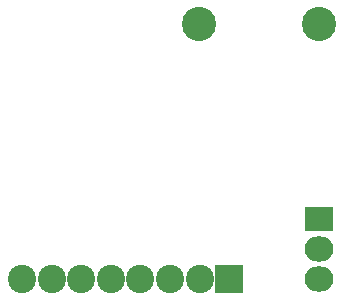
<source format=gbr>
G04 #@! TF.FileFunction,Soldermask,Bot*
%FSLAX46Y46*%
G04 Gerber Fmt 4.6, Leading zero omitted, Abs format (unit mm)*
G04 Created by KiCad (PCBNEW 4.0.6) date 07/20/17 18:35:03*
%MOMM*%
%LPD*%
G01*
G04 APERTURE LIST*
%ADD10C,0.100000*%
%ADD11C,2.899360*%
%ADD12R,2.400000X2.400000*%
%ADD13C,2.400000*%
%ADD14R,2.430000X2.130000*%
%ADD15O,2.430000X2.130000*%
G04 APERTURE END LIST*
D10*
D11*
X190500000Y-90170000D03*
X180340000Y-90170000D03*
D12*
X182880000Y-111760000D03*
D13*
X180370000Y-111760000D03*
X177870000Y-111760000D03*
X175370000Y-111760000D03*
X172870000Y-111760000D03*
X170370000Y-111760000D03*
X167870000Y-111760000D03*
X165370000Y-111760000D03*
D14*
X190500000Y-106680000D03*
D15*
X190500000Y-109220000D03*
X190500000Y-111760000D03*
M02*

</source>
